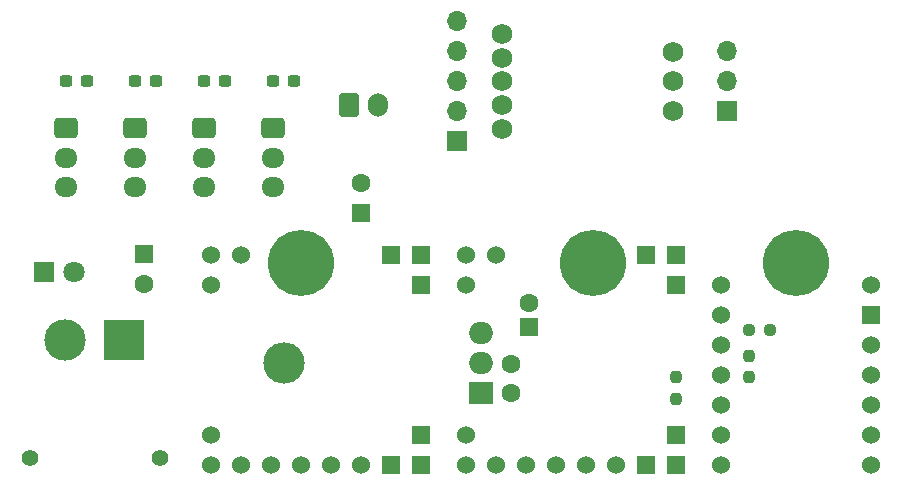
<source format=gbr>
%TF.GenerationSoftware,KiCad,Pcbnew,8.0.5*%
%TF.CreationDate,2024-09-28T03:45:08+09:00*%
%TF.ProjectId,_____,b5fcdcfa-7f2e-46b6-9963-61645f706362,rev?*%
%TF.SameCoordinates,Original*%
%TF.FileFunction,Soldermask,Top*%
%TF.FilePolarity,Negative*%
%FSLAX46Y46*%
G04 Gerber Fmt 4.6, Leading zero omitted, Abs format (unit mm)*
G04 Created by KiCad (PCBNEW 8.0.5) date 2024-09-28 03:45:08*
%MOMM*%
%LPD*%
G01*
G04 APERTURE LIST*
G04 Aperture macros list*
%AMRoundRect*
0 Rectangle with rounded corners*
0 $1 Rounding radius*
0 $2 $3 $4 $5 $6 $7 $8 $9 X,Y pos of 4 corners*
0 Add a 4 corners polygon primitive as box body*
4,1,4,$2,$3,$4,$5,$6,$7,$8,$9,$2,$3,0*
0 Add four circle primitives for the rounded corners*
1,1,$1+$1,$2,$3*
1,1,$1+$1,$4,$5*
1,1,$1+$1,$6,$7*
1,1,$1+$1,$8,$9*
0 Add four rect primitives between the rounded corners*
20,1,$1+$1,$2,$3,$4,$5,0*
20,1,$1+$1,$4,$5,$6,$7,0*
20,1,$1+$1,$6,$7,$8,$9,0*
20,1,$1+$1,$8,$9,$2,$3,0*%
G04 Aperture macros list end*
%ADD10C,1.600000*%
%ADD11C,1.524000*%
%ADD12R,1.524000X1.524000*%
%ADD13RoundRect,0.237500X-0.300000X-0.237500X0.300000X-0.237500X0.300000X0.237500X-0.300000X0.237500X0*%
%ADD14C,1.750000*%
%ADD15C,5.600000*%
%ADD16R,1.700000X1.700000*%
%ADD17O,1.700000X1.700000*%
%ADD18RoundRect,0.237500X0.237500X-0.250000X0.237500X0.250000X-0.237500X0.250000X-0.237500X-0.250000X0*%
%ADD19R,1.600000X1.600000*%
%ADD20O,3.500000X3.500000*%
%ADD21R,2.000000X1.905000*%
%ADD22O,2.000000X1.905000*%
%ADD23C,3.500000*%
%ADD24R,3.500000X3.500000*%
%ADD25C,1.400000*%
%ADD26RoundRect,0.250000X-0.725000X0.600000X-0.725000X-0.600000X0.725000X-0.600000X0.725000X0.600000X0*%
%ADD27O,1.950000X1.700000*%
%ADD28RoundRect,0.250000X-0.600000X-0.750000X0.600000X-0.750000X0.600000X0.750000X-0.600000X0.750000X0*%
%ADD29O,1.700000X2.000000*%
%ADD30R,1.800000X1.800000*%
%ADD31C,1.800000*%
%ADD32RoundRect,0.237500X-0.250000X-0.237500X0.250000X-0.237500X0.250000X0.237500X-0.250000X0.237500X0*%
G04 APERTURE END LIST*
D10*
%TO.C,C1*%
X77470000Y-90424000D03*
X77470000Y-87924000D03*
%TD*%
D11*
%TO.C,U1*%
X95250000Y-81280000D03*
X95250000Y-83820000D03*
X95250000Y-86360000D03*
X95250000Y-88900000D03*
X95250000Y-91440000D03*
X95250000Y-93980000D03*
X95250000Y-96520000D03*
X107950000Y-96520000D03*
X107950000Y-93980000D03*
X107950000Y-91440000D03*
X107950000Y-88900000D03*
X107950000Y-86360000D03*
D12*
X107950000Y-83820000D03*
D11*
X107950000Y-81280000D03*
%TD*%
D13*
%TO.C,C8*%
X45694300Y-63957200D03*
X47419300Y-63957200D03*
%TD*%
D14*
%TO.C,ENC1*%
X76711400Y-67997200D03*
X76711400Y-65997200D03*
X76711400Y-63997200D03*
X76711400Y-61997200D03*
X76711400Y-59997200D03*
X91211400Y-66497200D03*
X91211400Y-63997200D03*
X91211400Y-61497200D03*
%TD*%
D15*
%TO.C,REF\u002A\u002A*%
X101600000Y-79375000D03*
%TD*%
D13*
%TO.C,C6*%
X51536300Y-63957200D03*
X53261300Y-63957200D03*
%TD*%
D16*
%TO.C,J7*%
X72898000Y-69088000D03*
D17*
X72898000Y-66548000D03*
X72898000Y-64008000D03*
X72898000Y-61468000D03*
X72898000Y-58928000D03*
%TD*%
D18*
%TO.C,R3*%
X91490800Y-90879300D03*
X91490800Y-89054300D03*
%TD*%
D16*
%TO.C,J8*%
X95758000Y-66548000D03*
D17*
X95758000Y-64008000D03*
X95758000Y-61468000D03*
%TD*%
D15*
%TO.C,REF\u002A\u002A*%
X59690000Y-79375000D03*
%TD*%
D18*
%TO.C,R1*%
X97612200Y-89048600D03*
X97612200Y-87223600D03*
%TD*%
D19*
%TO.C,C5*%
X46456600Y-78627600D03*
D10*
X46456600Y-81127600D03*
%TD*%
D20*
%TO.C,LDO1*%
X58270000Y-87884000D03*
D21*
X74930000Y-90424000D03*
D22*
X74930000Y-87884000D03*
X74930000Y-85344000D03*
%TD*%
D23*
%TO.C,J1*%
X39752000Y-85885000D03*
D24*
X44752000Y-85885000D03*
D25*
X47752000Y-95885000D03*
X36752000Y-95885000D03*
%TD*%
D26*
%TO.C,J5*%
X39801800Y-67974200D03*
D27*
X39801800Y-70474200D03*
X39801800Y-72974200D03*
%TD*%
D19*
%TO.C,C2*%
X78994000Y-84804000D03*
D10*
X78994000Y-82804000D03*
%TD*%
D15*
%TO.C,REF\u002A\u002A*%
X84455000Y-79375000D03*
%TD*%
D13*
%TO.C,C10*%
X39852300Y-63957200D03*
X41577300Y-63957200D03*
%TD*%
D19*
%TO.C,C4*%
X64770000Y-75144000D03*
D10*
X64770000Y-72644000D03*
%TD*%
D26*
%TO.C,J4*%
X45651800Y-67974200D03*
D27*
X45651800Y-70474200D03*
X45651800Y-72974200D03*
%TD*%
D26*
%TO.C,J2*%
X57351800Y-67974200D03*
D27*
X57351800Y-70474200D03*
X57351800Y-72974200D03*
%TD*%
D28*
%TO.C,J6*%
X63774000Y-66023000D03*
D29*
X66274000Y-66023000D03*
%TD*%
D26*
%TO.C,J3*%
X51501800Y-67974200D03*
D27*
X51501800Y-70474200D03*
X51501800Y-72974200D03*
%TD*%
D13*
%TO.C,C3*%
X57378300Y-63957200D03*
X59103300Y-63957200D03*
%TD*%
D30*
%TO.C,D1*%
X37968000Y-80137000D03*
D31*
X40508000Y-80137000D03*
%TD*%
D32*
%TO.C,R2*%
X97616000Y-85090000D03*
X99441000Y-85090000D03*
%TD*%
D11*
%TO.C,LT2*%
X52070000Y-93980000D03*
X52070000Y-96520000D03*
X54610000Y-96520000D03*
X57150000Y-96520000D03*
X59690000Y-96520000D03*
X62230000Y-96520000D03*
X64770000Y-96520000D03*
D12*
X67310000Y-96520000D03*
X69850000Y-96520000D03*
X69850000Y-93980000D03*
D11*
X52070000Y-81280000D03*
X52070000Y-78740000D03*
X54610000Y-78740000D03*
D12*
X67310000Y-78740000D03*
X69850000Y-78740000D03*
X69850000Y-81280000D03*
%TD*%
D11*
%TO.C,LT1*%
X73660000Y-93980000D03*
X73660000Y-96520000D03*
X76200000Y-96520000D03*
X78740000Y-96520000D03*
X81280000Y-96520000D03*
X83820000Y-96520000D03*
X86360000Y-96520000D03*
D12*
X88900000Y-96520000D03*
X91440000Y-96520000D03*
X91440000Y-93980000D03*
D11*
X73660000Y-81280000D03*
X73660000Y-78740000D03*
X76200000Y-78740000D03*
D12*
X88900000Y-78740000D03*
X91440000Y-78740000D03*
X91440000Y-81280000D03*
%TD*%
M02*

</source>
